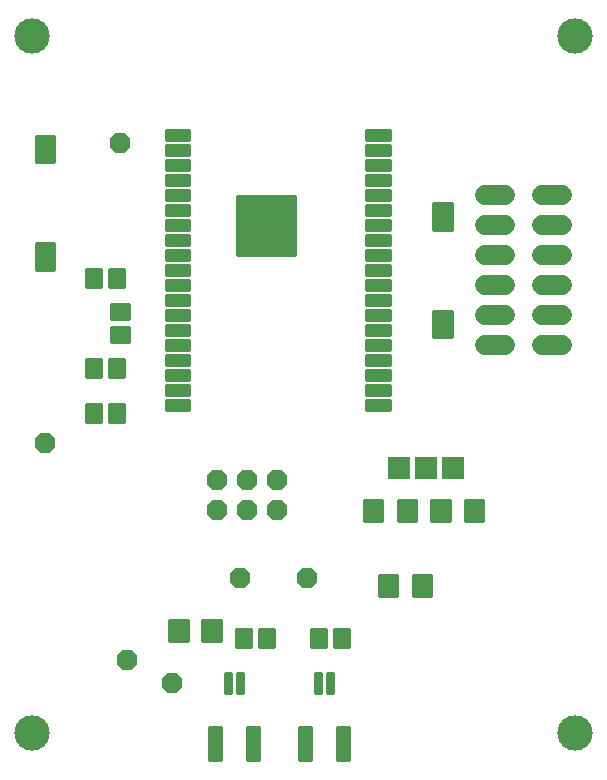
<source format=gbr>
G04 EAGLE Gerber RS-274X export*
G75*
%MOMM*%
%FSLAX34Y34*%
%LPD*%
%INSoldermask Top*%
%IPPOS*%
%AMOC8*
5,1,8,0,0,1.08239X$1,22.5*%
G01*
%ADD10C,3.000000*%
%ADD11C,0.390000*%
%ADD12C,0.414000*%
%ADD13C,0.396000*%
%ADD14C,0.416000*%
%ADD15C,0.400000*%
%ADD16R,1.978000X1.978000*%
%ADD17C,1.724000*%
%ADD18P,1.848722X8X202.500000*%
%ADD19P,1.866040X8X22.500000*%


D10*
X40000Y630000D03*
X40000Y40000D03*
X500000Y40000D03*
X500000Y630000D03*
D11*
X224650Y114100D02*
X213550Y114100D01*
X213550Y127200D01*
X224650Y127200D01*
X224650Y114100D01*
X224650Y117805D02*
X213550Y117805D01*
X213550Y121510D02*
X224650Y121510D01*
X224650Y125215D02*
X213550Y125215D01*
X232550Y114100D02*
X243650Y114100D01*
X232550Y114100D02*
X232550Y127200D01*
X243650Y127200D01*
X243650Y114100D01*
X243650Y117805D02*
X232550Y117805D01*
X232550Y121510D02*
X243650Y121510D01*
X243650Y125215D02*
X232550Y125215D01*
X116650Y355800D02*
X105550Y355800D01*
X116650Y355800D02*
X116650Y342700D01*
X105550Y342700D01*
X105550Y355800D01*
X105550Y346405D02*
X116650Y346405D01*
X116650Y350110D02*
X105550Y350110D01*
X105550Y353815D02*
X116650Y353815D01*
X97650Y355800D02*
X86550Y355800D01*
X97650Y355800D02*
X97650Y342700D01*
X86550Y342700D01*
X86550Y355800D01*
X86550Y346405D02*
X97650Y346405D01*
X97650Y350110D02*
X86550Y350110D01*
X86550Y353815D02*
X97650Y353815D01*
D12*
X184870Y134930D02*
X198730Y134930D01*
X198730Y119070D01*
X184870Y119070D01*
X184870Y134930D01*
X184870Y123003D02*
X198730Y123003D01*
X198730Y126936D02*
X184870Y126936D01*
X184870Y130869D02*
X198730Y130869D01*
X198730Y134802D02*
X184870Y134802D01*
X170730Y134930D02*
X156870Y134930D01*
X170730Y134930D02*
X170730Y119070D01*
X156870Y119070D01*
X156870Y134930D01*
X156870Y123003D02*
X170730Y123003D01*
X170730Y126936D02*
X156870Y126936D01*
X156870Y130869D02*
X170730Y130869D01*
X170730Y134802D02*
X156870Y134802D01*
D11*
X296050Y127200D02*
X307150Y127200D01*
X307150Y114100D01*
X296050Y114100D01*
X296050Y127200D01*
X296050Y117805D02*
X307150Y117805D01*
X307150Y121510D02*
X296050Y121510D01*
X296050Y125215D02*
X307150Y125215D01*
X288150Y127200D02*
X277050Y127200D01*
X288150Y127200D02*
X288150Y114100D01*
X277050Y114100D01*
X277050Y127200D01*
X277050Y117805D02*
X288150Y117805D01*
X288150Y121510D02*
X277050Y121510D01*
X277050Y125215D02*
X288150Y125215D01*
X116650Y432000D02*
X105550Y432000D01*
X116650Y432000D02*
X116650Y418900D01*
X105550Y418900D01*
X105550Y432000D01*
X105550Y422605D02*
X116650Y422605D01*
X116650Y426310D02*
X105550Y426310D01*
X105550Y430015D02*
X116650Y430015D01*
X97650Y432000D02*
X86550Y432000D01*
X97650Y432000D02*
X97650Y418900D01*
X86550Y418900D01*
X86550Y432000D01*
X86550Y422605D02*
X97650Y422605D01*
X97650Y426310D02*
X86550Y426310D01*
X86550Y430015D02*
X97650Y430015D01*
D12*
X43870Y524170D02*
X43870Y544730D01*
X57730Y544730D01*
X57730Y524170D01*
X43870Y524170D01*
X43870Y528103D02*
X57730Y528103D01*
X57730Y532036D02*
X43870Y532036D01*
X43870Y535969D02*
X57730Y535969D01*
X57730Y539902D02*
X43870Y539902D01*
X43870Y543835D02*
X57730Y543835D01*
X43870Y453730D02*
X43870Y433170D01*
X43870Y453730D02*
X57730Y453730D01*
X57730Y433170D01*
X43870Y433170D01*
X43870Y437103D02*
X57730Y437103D01*
X57730Y441036D02*
X43870Y441036D01*
X43870Y444969D02*
X57730Y444969D01*
X57730Y448902D02*
X43870Y448902D01*
X43870Y452835D02*
X57730Y452835D01*
D13*
X153780Y542630D02*
X171820Y542630D01*
X153780Y542630D02*
X153780Y549670D01*
X171820Y549670D01*
X171820Y542630D01*
X171820Y546392D02*
X153780Y546392D01*
X153780Y529930D02*
X171820Y529930D01*
X153780Y529930D02*
X153780Y536970D01*
X171820Y536970D01*
X171820Y529930D01*
X171820Y533692D02*
X153780Y533692D01*
X153780Y517230D02*
X171820Y517230D01*
X153780Y517230D02*
X153780Y524270D01*
X171820Y524270D01*
X171820Y517230D01*
X171820Y520992D02*
X153780Y520992D01*
X153780Y504530D02*
X171820Y504530D01*
X153780Y504530D02*
X153780Y511570D01*
X171820Y511570D01*
X171820Y504530D01*
X171820Y508292D02*
X153780Y508292D01*
X153780Y491830D02*
X171820Y491830D01*
X153780Y491830D02*
X153780Y498870D01*
X171820Y498870D01*
X171820Y491830D01*
X171820Y495592D02*
X153780Y495592D01*
X153780Y479130D02*
X171820Y479130D01*
X153780Y479130D02*
X153780Y486170D01*
X171820Y486170D01*
X171820Y479130D01*
X171820Y482892D02*
X153780Y482892D01*
X153780Y466430D02*
X171820Y466430D01*
X153780Y466430D02*
X153780Y473470D01*
X171820Y473470D01*
X171820Y466430D01*
X171820Y470192D02*
X153780Y470192D01*
X153780Y453730D02*
X171820Y453730D01*
X153780Y453730D02*
X153780Y460770D01*
X171820Y460770D01*
X171820Y453730D01*
X171820Y457492D02*
X153780Y457492D01*
X153780Y441030D02*
X171820Y441030D01*
X153780Y441030D02*
X153780Y448070D01*
X171820Y448070D01*
X171820Y441030D01*
X171820Y444792D02*
X153780Y444792D01*
X153780Y428330D02*
X171820Y428330D01*
X153780Y428330D02*
X153780Y435370D01*
X171820Y435370D01*
X171820Y428330D01*
X171820Y432092D02*
X153780Y432092D01*
X153780Y415630D02*
X171820Y415630D01*
X153780Y415630D02*
X153780Y422670D01*
X171820Y422670D01*
X171820Y415630D01*
X171820Y419392D02*
X153780Y419392D01*
X153780Y402930D02*
X171820Y402930D01*
X153780Y402930D02*
X153780Y409970D01*
X171820Y409970D01*
X171820Y402930D01*
X171820Y406692D02*
X153780Y406692D01*
X153780Y390230D02*
X171820Y390230D01*
X153780Y390230D02*
X153780Y397270D01*
X171820Y397270D01*
X171820Y390230D01*
X171820Y393992D02*
X153780Y393992D01*
X153780Y377530D02*
X171820Y377530D01*
X153780Y377530D02*
X153780Y384570D01*
X171820Y384570D01*
X171820Y377530D01*
X171820Y381292D02*
X153780Y381292D01*
X153780Y364830D02*
X171820Y364830D01*
X153780Y364830D02*
X153780Y371870D01*
X171820Y371870D01*
X171820Y364830D01*
X171820Y368592D02*
X153780Y368592D01*
X153780Y352130D02*
X171820Y352130D01*
X153780Y352130D02*
X153780Y359170D01*
X171820Y359170D01*
X171820Y352130D01*
X171820Y355892D02*
X153780Y355892D01*
X153780Y339430D02*
X171820Y339430D01*
X153780Y339430D02*
X153780Y346470D01*
X171820Y346470D01*
X171820Y339430D01*
X171820Y343192D02*
X153780Y343192D01*
X153780Y326730D02*
X171820Y326730D01*
X153780Y326730D02*
X153780Y333770D01*
X171820Y333770D01*
X171820Y326730D01*
X171820Y330492D02*
X153780Y330492D01*
X153780Y314030D02*
X171820Y314030D01*
X153780Y314030D02*
X153780Y321070D01*
X171820Y321070D01*
X171820Y314030D01*
X171820Y317792D02*
X153780Y317792D01*
X323780Y314030D02*
X341820Y314030D01*
X323780Y314030D02*
X323780Y321070D01*
X341820Y321070D01*
X341820Y314030D01*
X341820Y317792D02*
X323780Y317792D01*
X323780Y326730D02*
X341820Y326730D01*
X323780Y326730D02*
X323780Y333770D01*
X341820Y333770D01*
X341820Y326730D01*
X341820Y330492D02*
X323780Y330492D01*
X323780Y339430D02*
X341820Y339430D01*
X323780Y339430D02*
X323780Y346470D01*
X341820Y346470D01*
X341820Y339430D01*
X341820Y343192D02*
X323780Y343192D01*
X323780Y352130D02*
X341820Y352130D01*
X323780Y352130D02*
X323780Y359170D01*
X341820Y359170D01*
X341820Y352130D01*
X341820Y355892D02*
X323780Y355892D01*
X323780Y364830D02*
X341820Y364830D01*
X323780Y364830D02*
X323780Y371870D01*
X341820Y371870D01*
X341820Y364830D01*
X341820Y368592D02*
X323780Y368592D01*
X323780Y377530D02*
X341820Y377530D01*
X323780Y377530D02*
X323780Y384570D01*
X341820Y384570D01*
X341820Y377530D01*
X341820Y381292D02*
X323780Y381292D01*
X323780Y390230D02*
X341820Y390230D01*
X323780Y390230D02*
X323780Y397270D01*
X341820Y397270D01*
X341820Y390230D01*
X341820Y393992D02*
X323780Y393992D01*
X323780Y402930D02*
X341820Y402930D01*
X323780Y402930D02*
X323780Y409970D01*
X341820Y409970D01*
X341820Y402930D01*
X341820Y406692D02*
X323780Y406692D01*
X323780Y415630D02*
X341820Y415630D01*
X323780Y415630D02*
X323780Y422670D01*
X341820Y422670D01*
X341820Y415630D01*
X341820Y419392D02*
X323780Y419392D01*
X323780Y428330D02*
X341820Y428330D01*
X323780Y428330D02*
X323780Y435370D01*
X341820Y435370D01*
X341820Y428330D01*
X341820Y432092D02*
X323780Y432092D01*
X323780Y441030D02*
X341820Y441030D01*
X323780Y441030D02*
X323780Y448070D01*
X341820Y448070D01*
X341820Y441030D01*
X341820Y444792D02*
X323780Y444792D01*
X323780Y453730D02*
X341820Y453730D01*
X323780Y453730D02*
X323780Y460770D01*
X341820Y460770D01*
X341820Y453730D01*
X341820Y457492D02*
X323780Y457492D01*
X323780Y466430D02*
X341820Y466430D01*
X323780Y466430D02*
X323780Y473470D01*
X341820Y473470D01*
X341820Y466430D01*
X341820Y470192D02*
X323780Y470192D01*
X323780Y479130D02*
X341820Y479130D01*
X323780Y479130D02*
X323780Y486170D01*
X341820Y486170D01*
X341820Y479130D01*
X341820Y482892D02*
X323780Y482892D01*
X323780Y491830D02*
X341820Y491830D01*
X323780Y491830D02*
X323780Y498870D01*
X341820Y498870D01*
X341820Y491830D01*
X341820Y495592D02*
X323780Y495592D01*
X323780Y504530D02*
X341820Y504530D01*
X323780Y504530D02*
X323780Y511570D01*
X341820Y511570D01*
X341820Y504530D01*
X341820Y508292D02*
X323780Y508292D01*
X323780Y517230D02*
X341820Y517230D01*
X323780Y517230D02*
X323780Y524270D01*
X341820Y524270D01*
X341820Y517230D01*
X341820Y520992D02*
X323780Y520992D01*
X323780Y529930D02*
X341820Y529930D01*
X323780Y529930D02*
X323780Y536970D01*
X341820Y536970D01*
X341820Y529930D01*
X341820Y533692D02*
X323780Y533692D01*
X323780Y542630D02*
X341820Y542630D01*
X323780Y542630D02*
X323780Y549670D01*
X341820Y549670D01*
X341820Y542630D01*
X341820Y546392D02*
X323780Y546392D01*
D14*
X261720Y446030D02*
X213880Y446030D01*
X213880Y493870D01*
X261720Y493870D01*
X261720Y446030D01*
X261720Y449982D02*
X213880Y449982D01*
X213880Y453934D02*
X261720Y453934D01*
X261720Y457886D02*
X213880Y457886D01*
X213880Y461838D02*
X261720Y461838D01*
X261720Y465790D02*
X213880Y465790D01*
X213880Y469742D02*
X261720Y469742D01*
X261720Y473694D02*
X213880Y473694D01*
X213880Y477646D02*
X261720Y477646D01*
X261720Y481598D02*
X213880Y481598D01*
X213880Y485550D02*
X261720Y485550D01*
X261720Y489502D02*
X213880Y489502D01*
X213880Y493454D02*
X261720Y493454D01*
D15*
X280100Y90050D02*
X280100Y75050D01*
X280100Y90050D02*
X284100Y90050D01*
X284100Y75050D01*
X280100Y75050D01*
X280100Y78850D02*
X284100Y78850D01*
X284100Y82650D02*
X280100Y82650D01*
X280100Y86450D02*
X284100Y86450D01*
X290100Y90050D02*
X290100Y75050D01*
X290100Y90050D02*
X294100Y90050D01*
X294100Y75050D01*
X290100Y75050D01*
X290100Y78850D02*
X294100Y78850D01*
X294100Y82650D02*
X290100Y82650D01*
X290100Y86450D02*
X294100Y86450D01*
D13*
X299080Y44070D02*
X299080Y18030D01*
X299080Y44070D02*
X307120Y44070D01*
X307120Y18030D01*
X299080Y18030D01*
X299080Y21792D02*
X307120Y21792D01*
X307120Y25554D02*
X299080Y25554D01*
X299080Y29316D02*
X307120Y29316D01*
X307120Y33078D02*
X299080Y33078D01*
X299080Y36840D02*
X307120Y36840D01*
X307120Y40602D02*
X299080Y40602D01*
X267080Y44070D02*
X267080Y18030D01*
X267080Y44070D02*
X275120Y44070D01*
X275120Y18030D01*
X267080Y18030D01*
X267080Y21792D02*
X275120Y21792D01*
X275120Y25554D02*
X267080Y25554D01*
X267080Y29316D02*
X275120Y29316D01*
X275120Y33078D02*
X267080Y33078D01*
X267080Y36840D02*
X275120Y36840D01*
X275120Y40602D02*
X267080Y40602D01*
D15*
X203900Y75050D02*
X203900Y90050D01*
X207900Y90050D01*
X207900Y75050D01*
X203900Y75050D01*
X203900Y78850D02*
X207900Y78850D01*
X207900Y82650D02*
X203900Y82650D01*
X203900Y86450D02*
X207900Y86450D01*
X213900Y90050D02*
X213900Y75050D01*
X213900Y90050D02*
X217900Y90050D01*
X217900Y75050D01*
X213900Y75050D01*
X213900Y78850D02*
X217900Y78850D01*
X217900Y82650D02*
X213900Y82650D01*
X213900Y86450D02*
X217900Y86450D01*
D13*
X222880Y44070D02*
X222880Y18030D01*
X222880Y44070D02*
X230920Y44070D01*
X230920Y18030D01*
X222880Y18030D01*
X222880Y21792D02*
X230920Y21792D01*
X230920Y25554D02*
X222880Y25554D01*
X222880Y29316D02*
X230920Y29316D01*
X230920Y33078D02*
X222880Y33078D01*
X222880Y36840D02*
X230920Y36840D01*
X230920Y40602D02*
X222880Y40602D01*
X190880Y44070D02*
X190880Y18030D01*
X190880Y44070D02*
X198920Y44070D01*
X198920Y18030D01*
X190880Y18030D01*
X190880Y21792D02*
X198920Y21792D01*
X198920Y25554D02*
X190880Y25554D01*
X190880Y29316D02*
X198920Y29316D01*
X198920Y33078D02*
X190880Y33078D01*
X190880Y36840D02*
X198920Y36840D01*
X198920Y40602D02*
X190880Y40602D01*
D12*
X350190Y236545D02*
X364050Y236545D01*
X364050Y220655D01*
X350190Y220655D01*
X350190Y236545D01*
X350190Y224588D02*
X364050Y224588D01*
X364050Y228521D02*
X350190Y228521D01*
X350190Y232454D02*
X364050Y232454D01*
X364050Y236387D02*
X350190Y236387D01*
X335610Y236545D02*
X321750Y236545D01*
X335610Y236545D02*
X335610Y220655D01*
X321750Y220655D01*
X321750Y236545D01*
X321750Y224588D02*
X335610Y224588D01*
X335610Y228521D02*
X321750Y228521D01*
X321750Y232454D02*
X335610Y232454D01*
X335610Y236387D02*
X321750Y236387D01*
D16*
X396240Y264160D03*
X373380Y264160D03*
X350520Y264160D03*
D11*
X116650Y317700D02*
X105550Y317700D01*
X116650Y317700D02*
X116650Y304600D01*
X105550Y304600D01*
X105550Y317700D01*
X105550Y308305D02*
X116650Y308305D01*
X116650Y312010D02*
X105550Y312010D01*
X105550Y315715D02*
X116650Y315715D01*
X97650Y317700D02*
X86550Y317700D01*
X97650Y317700D02*
X97650Y304600D01*
X86550Y304600D01*
X86550Y317700D01*
X86550Y308305D02*
X97650Y308305D01*
X97650Y312010D02*
X86550Y312010D01*
X86550Y315715D02*
X97650Y315715D01*
X107750Y391300D02*
X107750Y402400D01*
X120850Y402400D01*
X120850Y391300D01*
X107750Y391300D01*
X107750Y395005D02*
X120850Y395005D01*
X120850Y398710D02*
X107750Y398710D01*
X107750Y383400D02*
X107750Y372300D01*
X107750Y383400D02*
X120850Y383400D01*
X120850Y372300D01*
X107750Y372300D01*
X107750Y376005D02*
X120850Y376005D01*
X120850Y379710D02*
X107750Y379710D01*
D12*
X334450Y173045D02*
X348310Y173045D01*
X348310Y157155D01*
X334450Y157155D01*
X334450Y173045D01*
X334450Y161088D02*
X348310Y161088D01*
X348310Y165021D02*
X334450Y165021D01*
X334450Y168954D02*
X348310Y168954D01*
X348310Y172887D02*
X334450Y172887D01*
X362890Y173045D02*
X376750Y173045D01*
X376750Y157155D01*
X362890Y157155D01*
X362890Y173045D01*
X362890Y161088D02*
X376750Y161088D01*
X376750Y165021D02*
X362890Y165021D01*
X362890Y168954D02*
X376750Y168954D01*
X376750Y172887D02*
X362890Y172887D01*
X407340Y220655D02*
X421200Y220655D01*
X407340Y220655D02*
X407340Y236545D01*
X421200Y236545D01*
X421200Y220655D01*
X421200Y224588D02*
X407340Y224588D01*
X407340Y228521D02*
X421200Y228521D01*
X421200Y232454D02*
X407340Y232454D01*
X407340Y236387D02*
X421200Y236387D01*
X392760Y220655D02*
X378900Y220655D01*
X378900Y236545D01*
X392760Y236545D01*
X392760Y220655D01*
X392760Y224588D02*
X378900Y224588D01*
X378900Y228521D02*
X392760Y228521D01*
X392760Y232454D02*
X378900Y232454D01*
X378900Y236387D02*
X392760Y236387D01*
X394280Y376020D02*
X394280Y396580D01*
X394280Y376020D02*
X380420Y376020D01*
X380420Y396580D01*
X394280Y396580D01*
X394280Y379953D02*
X380420Y379953D01*
X380420Y383886D02*
X394280Y383886D01*
X394280Y387819D02*
X380420Y387819D01*
X380420Y391752D02*
X394280Y391752D01*
X394280Y395685D02*
X380420Y395685D01*
X394280Y467020D02*
X394280Y487580D01*
X394280Y467020D02*
X380420Y467020D01*
X380420Y487580D01*
X394280Y487580D01*
X394280Y470953D02*
X380420Y470953D01*
X380420Y474886D02*
X394280Y474886D01*
X394280Y478819D02*
X380420Y478819D01*
X380420Y482752D02*
X394280Y482752D01*
X394280Y486685D02*
X380420Y486685D01*
D17*
X423418Y495300D02*
X440182Y495300D01*
X440182Y469900D02*
X423418Y469900D01*
X423418Y444500D02*
X440182Y444500D01*
X440182Y419100D02*
X423418Y419100D01*
X423418Y393700D02*
X440182Y393700D01*
X440182Y368300D02*
X423418Y368300D01*
D18*
X247650Y254000D03*
X247650Y228600D03*
X222250Y254000D03*
X222250Y228600D03*
X196850Y254000D03*
X196850Y228600D03*
D19*
X120650Y101600D03*
X273050Y171450D03*
X158750Y82550D03*
X215900Y171450D03*
X50800Y285750D03*
X114300Y539750D03*
D17*
X471618Y495300D02*
X488382Y495300D01*
X488382Y469900D02*
X471618Y469900D01*
X471618Y444500D02*
X488382Y444500D01*
X488382Y419100D02*
X471618Y419100D01*
X471618Y393700D02*
X488382Y393700D01*
X488382Y368300D02*
X471618Y368300D01*
M02*

</source>
